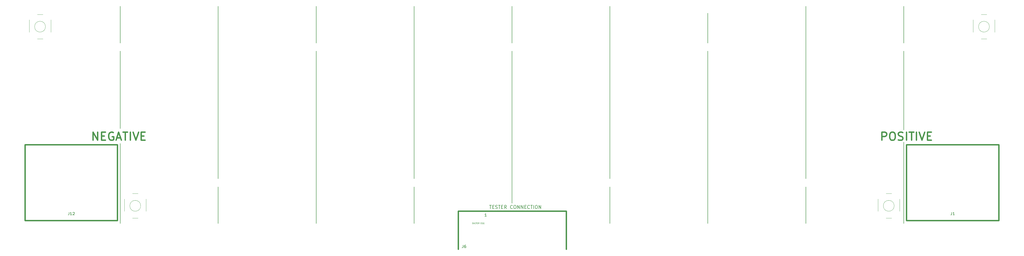
<source format=gbr>
%TF.GenerationSoftware,KiCad,Pcbnew,(5.1.6)-1*%
%TF.CreationDate,2022-08-08T14:05:23-07:00*%
%TF.ProjectId,NiCd Battery Shield - VP400KH,4e694364-2042-4617-9474-657279205368,1*%
%TF.SameCoordinates,Original*%
%TF.FileFunction,Legend,Top*%
%TF.FilePolarity,Positive*%
%FSLAX46Y46*%
G04 Gerber Fmt 4.6, Leading zero omitted, Abs format (unit mm)*
G04 Created by KiCad (PCBNEW (5.1.6)-1) date 2022-08-08 14:05:23*
%MOMM*%
%LPD*%
G01*
G04 APERTURE LIST*
%ADD10C,0.200000*%
%ADD11C,0.500000*%
%ADD12C,0.120000*%
%ADD13C,0.150000*%
%ADD14C,0.100000*%
G04 APERTURE END LIST*
D10*
X364000000Y-120000000D02*
X364000000Y-133500000D01*
X328000000Y-200000000D02*
X328000000Y-186500000D01*
X292000000Y-122500000D02*
X292000000Y-133500000D01*
X256000000Y-200000000D02*
X256000000Y-186500000D01*
X184000000Y-186500000D02*
X184000000Y-200000000D01*
X148000000Y-120000000D02*
X148000000Y-133500000D01*
X112000000Y-200000000D02*
X112000000Y-186500000D01*
X76000000Y-133500000D02*
X76000000Y-120000000D01*
X76000000Y-165000000D02*
X76000000Y-136500000D01*
D11*
X240000000Y-209500000D02*
X240000000Y-195500000D01*
X200250000Y-195500000D02*
X240000000Y-195500000D01*
D10*
X364000000Y-136500000D02*
X364000000Y-165500000D01*
X211726190Y-193315476D02*
X212440476Y-193315476D01*
X212083333Y-194565476D02*
X212083333Y-193315476D01*
X212857142Y-193910714D02*
X213273809Y-193910714D01*
X213452380Y-194565476D02*
X212857142Y-194565476D01*
X212857142Y-193315476D01*
X213452380Y-193315476D01*
X213928571Y-194505952D02*
X214107142Y-194565476D01*
X214404761Y-194565476D01*
X214523809Y-194505952D01*
X214583333Y-194446428D01*
X214642857Y-194327380D01*
X214642857Y-194208333D01*
X214583333Y-194089285D01*
X214523809Y-194029761D01*
X214404761Y-193970238D01*
X214166666Y-193910714D01*
X214047619Y-193851190D01*
X213988095Y-193791666D01*
X213928571Y-193672619D01*
X213928571Y-193553571D01*
X213988095Y-193434523D01*
X214047619Y-193375000D01*
X214166666Y-193315476D01*
X214464285Y-193315476D01*
X214642857Y-193375000D01*
X215000000Y-193315476D02*
X215714285Y-193315476D01*
X215357142Y-194565476D02*
X215357142Y-193315476D01*
X216130952Y-193910714D02*
X216547619Y-193910714D01*
X216726190Y-194565476D02*
X216130952Y-194565476D01*
X216130952Y-193315476D01*
X216726190Y-193315476D01*
X217976190Y-194565476D02*
X217559523Y-193970238D01*
X217261904Y-194565476D02*
X217261904Y-193315476D01*
X217738095Y-193315476D01*
X217857142Y-193375000D01*
X217916666Y-193434523D01*
X217976190Y-193553571D01*
X217976190Y-193732142D01*
X217916666Y-193851190D01*
X217857142Y-193910714D01*
X217738095Y-193970238D01*
X217261904Y-193970238D01*
X220178571Y-194446428D02*
X220119047Y-194505952D01*
X219940476Y-194565476D01*
X219821428Y-194565476D01*
X219642857Y-194505952D01*
X219523809Y-194386904D01*
X219464285Y-194267857D01*
X219404761Y-194029761D01*
X219404761Y-193851190D01*
X219464285Y-193613095D01*
X219523809Y-193494047D01*
X219642857Y-193375000D01*
X219821428Y-193315476D01*
X219940476Y-193315476D01*
X220119047Y-193375000D01*
X220178571Y-193434523D01*
X220952380Y-193315476D02*
X221190476Y-193315476D01*
X221309523Y-193375000D01*
X221428571Y-193494047D01*
X221488095Y-193732142D01*
X221488095Y-194148809D01*
X221428571Y-194386904D01*
X221309523Y-194505952D01*
X221190476Y-194565476D01*
X220952380Y-194565476D01*
X220833333Y-194505952D01*
X220714285Y-194386904D01*
X220654761Y-194148809D01*
X220654761Y-193732142D01*
X220714285Y-193494047D01*
X220833333Y-193375000D01*
X220952380Y-193315476D01*
X222023809Y-194565476D02*
X222023809Y-193315476D01*
X222738095Y-194565476D01*
X222738095Y-193315476D01*
X223333333Y-194565476D02*
X223333333Y-193315476D01*
X224047619Y-194565476D01*
X224047619Y-193315476D01*
X224642857Y-193910714D02*
X225059523Y-193910714D01*
X225238095Y-194565476D02*
X224642857Y-194565476D01*
X224642857Y-193315476D01*
X225238095Y-193315476D01*
X226488095Y-194446428D02*
X226428571Y-194505952D01*
X226250000Y-194565476D01*
X226130952Y-194565476D01*
X225952380Y-194505952D01*
X225833333Y-194386904D01*
X225773809Y-194267857D01*
X225714285Y-194029761D01*
X225714285Y-193851190D01*
X225773809Y-193613095D01*
X225833333Y-193494047D01*
X225952380Y-193375000D01*
X226130952Y-193315476D01*
X226250000Y-193315476D01*
X226428571Y-193375000D01*
X226488095Y-193434523D01*
X226845238Y-193315476D02*
X227559523Y-193315476D01*
X227202380Y-194565476D02*
X227202380Y-193315476D01*
X227976190Y-194565476D02*
X227976190Y-193315476D01*
X228809523Y-193315476D02*
X229047619Y-193315476D01*
X229166666Y-193375000D01*
X229285714Y-193494047D01*
X229345238Y-193732142D01*
X229345238Y-194148809D01*
X229285714Y-194386904D01*
X229166666Y-194505952D01*
X229047619Y-194565476D01*
X228809523Y-194565476D01*
X228690476Y-194505952D01*
X228571428Y-194386904D01*
X228511904Y-194148809D01*
X228511904Y-193732142D01*
X228571428Y-193494047D01*
X228690476Y-193375000D01*
X228809523Y-193315476D01*
X229880952Y-194565476D02*
X229880952Y-193315476D01*
X230595238Y-194565476D01*
X230595238Y-193315476D01*
D11*
X200250000Y-195500000D02*
X200250000Y-209500000D01*
D10*
X292000000Y-136500000D02*
X292000000Y-200000000D01*
X364000000Y-170000000D02*
X364000000Y-200000000D01*
X328000000Y-183500000D02*
X328000000Y-120000000D01*
X256000000Y-183500000D02*
X256000000Y-120000000D01*
X220000000Y-133500000D02*
X220000000Y-120000000D01*
X220000000Y-192500000D02*
X220000000Y-136500000D01*
X184000000Y-120000000D02*
X184000000Y-183500000D01*
X148000000Y-136500000D02*
X148000000Y-200000000D01*
X112000000Y-183500000D02*
X112000000Y-120000000D01*
X76000000Y-200000000D02*
X76000000Y-170500000D01*
D11*
X41000000Y-171000000D02*
X75000000Y-171000000D01*
X41000000Y-199000000D02*
X41000000Y-171000000D01*
X75000000Y-171000000D02*
X75000000Y-199000000D01*
X75000000Y-199000000D02*
X41000000Y-199000000D01*
X66000000Y-169357142D02*
X66000000Y-166357142D01*
X67714285Y-169357142D01*
X67714285Y-166357142D01*
X69142857Y-167785714D02*
X70142857Y-167785714D01*
X70571428Y-169357142D02*
X69142857Y-169357142D01*
X69142857Y-166357142D01*
X70571428Y-166357142D01*
X73428571Y-166500000D02*
X73142857Y-166357142D01*
X72714285Y-166357142D01*
X72285714Y-166500000D01*
X72000000Y-166785714D01*
X71857142Y-167071428D01*
X71714285Y-167642857D01*
X71714285Y-168071428D01*
X71857142Y-168642857D01*
X72000000Y-168928571D01*
X72285714Y-169214285D01*
X72714285Y-169357142D01*
X73000000Y-169357142D01*
X73428571Y-169214285D01*
X73571428Y-169071428D01*
X73571428Y-168071428D01*
X73000000Y-168071428D01*
X74714285Y-168500000D02*
X76142857Y-168500000D01*
X74428571Y-169357142D02*
X75428571Y-166357142D01*
X76428571Y-169357142D01*
X77000000Y-166357142D02*
X78714285Y-166357142D01*
X77857142Y-169357142D02*
X77857142Y-166357142D01*
X79714285Y-169357142D02*
X79714285Y-166357142D01*
X80714285Y-166357142D02*
X81714285Y-169357142D01*
X82714285Y-166357142D01*
X83714285Y-167785714D02*
X84714285Y-167785714D01*
X85142857Y-169357142D02*
X83714285Y-169357142D01*
X83714285Y-166357142D01*
X85142857Y-166357142D01*
X356000000Y-169357142D02*
X356000000Y-166357142D01*
X357142857Y-166357142D01*
X357428571Y-166500000D01*
X357571428Y-166642857D01*
X357714285Y-166928571D01*
X357714285Y-167357142D01*
X357571428Y-167642857D01*
X357428571Y-167785714D01*
X357142857Y-167928571D01*
X356000000Y-167928571D01*
X359571428Y-166357142D02*
X360142857Y-166357142D01*
X360428571Y-166500000D01*
X360714285Y-166785714D01*
X360857142Y-167357142D01*
X360857142Y-168357142D01*
X360714285Y-168928571D01*
X360428571Y-169214285D01*
X360142857Y-169357142D01*
X359571428Y-169357142D01*
X359285714Y-169214285D01*
X359000000Y-168928571D01*
X358857142Y-168357142D01*
X358857142Y-167357142D01*
X359000000Y-166785714D01*
X359285714Y-166500000D01*
X359571428Y-166357142D01*
X362000000Y-169214285D02*
X362428571Y-169357142D01*
X363142857Y-169357142D01*
X363428571Y-169214285D01*
X363571428Y-169071428D01*
X363714285Y-168785714D01*
X363714285Y-168500000D01*
X363571428Y-168214285D01*
X363428571Y-168071428D01*
X363142857Y-167928571D01*
X362571428Y-167785714D01*
X362285714Y-167642857D01*
X362142857Y-167500000D01*
X362000000Y-167214285D01*
X362000000Y-166928571D01*
X362142857Y-166642857D01*
X362285714Y-166500000D01*
X362571428Y-166357142D01*
X363285714Y-166357142D01*
X363714285Y-166500000D01*
X365000000Y-169357142D02*
X365000000Y-166357142D01*
X366000000Y-166357142D02*
X367714285Y-166357142D01*
X366857142Y-169357142D02*
X366857142Y-166357142D01*
X368714285Y-169357142D02*
X368714285Y-166357142D01*
X369714285Y-166357142D02*
X370714285Y-169357142D01*
X371714285Y-166357142D01*
X372714285Y-167785714D02*
X373714285Y-167785714D01*
X374142857Y-169357142D02*
X372714285Y-169357142D01*
X372714285Y-166357142D01*
X374142857Y-166357142D01*
X399000000Y-199000000D02*
X365000000Y-199000000D01*
X399000000Y-171000000D02*
X399000000Y-199000000D01*
X365000000Y-171000000D02*
X399000000Y-171000000D01*
X365000000Y-199000000D02*
X365000000Y-171000000D01*
D12*
%TO.C,H1*%
X42500000Y-129500000D02*
X42500000Y-125000000D01*
X50500000Y-125000000D02*
X50500000Y-129500000D01*
X45500000Y-132000000D02*
X47500000Y-132000000D01*
X45500000Y-123000000D02*
X47500000Y-123000000D01*
X48500000Y-127500000D02*
G75*
G03*
X48500000Y-127500000I-2000000J0D01*
G01*
%TO.C,H2*%
X77500000Y-195500000D02*
X77500000Y-191000000D01*
X85500000Y-191000000D02*
X85500000Y-195500000D01*
X80500000Y-198000000D02*
X82500000Y-198000000D01*
X80500000Y-189000000D02*
X82500000Y-189000000D01*
X83500000Y-193500000D02*
G75*
G03*
X83500000Y-193500000I-2000000J0D01*
G01*
%TO.C,H3*%
X389500000Y-129500000D02*
X389500000Y-125000000D01*
X397500000Y-125000000D02*
X397500000Y-129500000D01*
X392500000Y-132000000D02*
X394500000Y-132000000D01*
X392500000Y-123000000D02*
X394500000Y-123000000D01*
X395500000Y-127500000D02*
G75*
G03*
X395500000Y-127500000I-2000000J0D01*
G01*
%TO.C,H4*%
X354500000Y-195500000D02*
X354500000Y-191000000D01*
X362500000Y-191000000D02*
X362500000Y-195500000D01*
X357500000Y-198000000D02*
X359500000Y-198000000D01*
X357500000Y-189000000D02*
X359500000Y-189000000D01*
X360500000Y-193500000D02*
G75*
G03*
X360500000Y-193500000I-2000000J0D01*
G01*
%TO.C,J6*%
D13*
X202046666Y-207952380D02*
X202046666Y-208666666D01*
X201999047Y-208809523D01*
X201903809Y-208904761D01*
X201760952Y-208952380D01*
X201665714Y-208952380D01*
X202951428Y-207952380D02*
X202760952Y-207952380D01*
X202665714Y-208000000D01*
X202618095Y-208047619D01*
X202522857Y-208190476D01*
X202475238Y-208380952D01*
X202475238Y-208761904D01*
X202522857Y-208857142D01*
X202570476Y-208904761D01*
X202665714Y-208952380D01*
X202856190Y-208952380D01*
X202951428Y-208904761D01*
X202999047Y-208857142D01*
X203046666Y-208761904D01*
X203046666Y-208523809D01*
X202999047Y-208428571D01*
X202951428Y-208380952D01*
X202856190Y-208333333D01*
X202665714Y-208333333D01*
X202570476Y-208380952D01*
X202522857Y-208428571D01*
X202475238Y-208523809D01*
D14*
X205432142Y-199884285D02*
X205598809Y-199884285D01*
X205670238Y-200146190D02*
X205432142Y-200146190D01*
X205432142Y-199646190D01*
X205670238Y-199646190D01*
X205860714Y-200003333D02*
X206098809Y-200003333D01*
X205813095Y-200146190D02*
X205979761Y-199646190D01*
X206146428Y-200146190D01*
X206289285Y-200122380D02*
X206360714Y-200146190D01*
X206479761Y-200146190D01*
X206527380Y-200122380D01*
X206551190Y-200098571D01*
X206575000Y-200050952D01*
X206575000Y-200003333D01*
X206551190Y-199955714D01*
X206527380Y-199931904D01*
X206479761Y-199908095D01*
X206384523Y-199884285D01*
X206336904Y-199860476D01*
X206313095Y-199836666D01*
X206289285Y-199789047D01*
X206289285Y-199741428D01*
X206313095Y-199693809D01*
X206336904Y-199670000D01*
X206384523Y-199646190D01*
X206503571Y-199646190D01*
X206575000Y-199670000D01*
X206717857Y-199646190D02*
X207003571Y-199646190D01*
X206860714Y-200146190D02*
X206860714Y-199646190D01*
X207170238Y-199884285D02*
X207336904Y-199884285D01*
X207408333Y-200146190D02*
X207170238Y-200146190D01*
X207170238Y-199646190D01*
X207408333Y-199646190D01*
X207908333Y-200146190D02*
X207741666Y-199908095D01*
X207622619Y-200146190D02*
X207622619Y-199646190D01*
X207813095Y-199646190D01*
X207860714Y-199670000D01*
X207884523Y-199693809D01*
X207908333Y-199741428D01*
X207908333Y-199812857D01*
X207884523Y-199860476D01*
X207860714Y-199884285D01*
X207813095Y-199908095D01*
X207622619Y-199908095D01*
X208503571Y-199884285D02*
X208670238Y-199884285D01*
X208741666Y-200146190D02*
X208503571Y-200146190D01*
X208503571Y-199646190D01*
X208741666Y-199646190D01*
X209217857Y-199670000D02*
X209170238Y-199646190D01*
X209098809Y-199646190D01*
X209027380Y-199670000D01*
X208979761Y-199717619D01*
X208955952Y-199765238D01*
X208932142Y-199860476D01*
X208932142Y-199931904D01*
X208955952Y-200027142D01*
X208979761Y-200074761D01*
X209027380Y-200122380D01*
X209098809Y-200146190D01*
X209146428Y-200146190D01*
X209217857Y-200122380D01*
X209241666Y-200098571D01*
X209241666Y-199931904D01*
X209146428Y-199931904D01*
X209717857Y-199670000D02*
X209670238Y-199646190D01*
X209598809Y-199646190D01*
X209527380Y-199670000D01*
X209479761Y-199717619D01*
X209455952Y-199765238D01*
X209432142Y-199860476D01*
X209432142Y-199931904D01*
X209455952Y-200027142D01*
X209479761Y-200074761D01*
X209527380Y-200122380D01*
X209598809Y-200146190D01*
X209646428Y-200146190D01*
X209717857Y-200122380D01*
X209741666Y-200098571D01*
X209741666Y-199931904D01*
X209646428Y-199931904D01*
D13*
X210610714Y-197372380D02*
X210039285Y-197372380D01*
X210325000Y-197372380D02*
X210325000Y-196372380D01*
X210229761Y-196515238D01*
X210134523Y-196610476D01*
X210039285Y-196658095D01*
%TO.C,J1*%
X381666666Y-195882380D02*
X381666666Y-196596666D01*
X381619047Y-196739523D01*
X381523809Y-196834761D01*
X381380952Y-196882380D01*
X381285714Y-196882380D01*
X382666666Y-196882380D02*
X382095238Y-196882380D01*
X382380952Y-196882380D02*
X382380952Y-195882380D01*
X382285714Y-196025238D01*
X382190476Y-196120476D01*
X382095238Y-196168095D01*
%TO.C,J12*%
X57190476Y-195882380D02*
X57190476Y-196596666D01*
X57142857Y-196739523D01*
X57047619Y-196834761D01*
X56904761Y-196882380D01*
X56809523Y-196882380D01*
X58190476Y-196882380D02*
X57619047Y-196882380D01*
X57904761Y-196882380D02*
X57904761Y-195882380D01*
X57809523Y-196025238D01*
X57714285Y-196120476D01*
X57619047Y-196168095D01*
X58571428Y-195977619D02*
X58619047Y-195930000D01*
X58714285Y-195882380D01*
X58952380Y-195882380D01*
X59047619Y-195930000D01*
X59095238Y-195977619D01*
X59142857Y-196072857D01*
X59142857Y-196168095D01*
X59095238Y-196310952D01*
X58523809Y-196882380D01*
X59142857Y-196882380D01*
%TD*%
M02*

</source>
